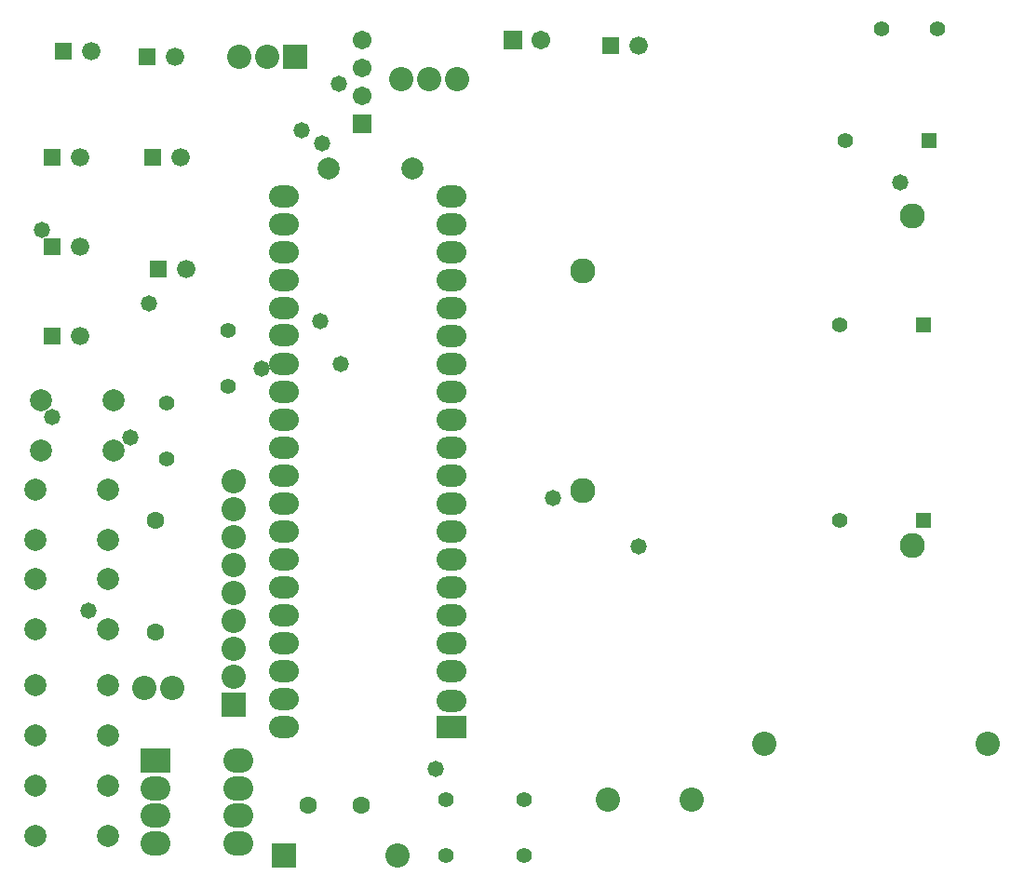
<source format=gts>
%FSLAX25Y25*%
%MOIN*%
G70*
G01*
G75*
G04 Layer_Color=8388736*
%ADD10C,0.01200*%
%ADD11C,0.02500*%
%ADD12C,0.05800*%
%ADD13R,0.05600X0.05600*%
%ADD14C,0.07087*%
%ADD15C,0.04724*%
%ADD16C,0.07874*%
%ADD17R,0.07874X0.07874*%
%ADD18C,0.05512*%
%ADD19R,0.09843X0.07087*%
%ADD20O,0.09843X0.07087*%
%ADD21C,0.07087*%
%ADD22R,0.05906X0.05906*%
%ADD23C,0.05906*%
%ADD24R,0.07874X0.07874*%
%ADD25R,0.04724X0.04724*%
%ADD26C,0.08200*%
%ADD27R,0.05906X0.05906*%
%ADD28R,0.09843X0.07874*%
%ADD29O,0.09843X0.07874*%
%ADD30C,0.05000*%
%ADD31C,0.06000*%
%ADD32C,0.01000*%
%ADD33C,0.00787*%
%ADD34C,0.00600*%
%ADD35C,0.00300*%
%ADD36C,0.00591*%
%ADD37C,0.06600*%
%ADD38R,0.06400X0.06400*%
%ADD39C,0.07887*%
%ADD40C,0.05524*%
%ADD41C,0.08674*%
%ADD42R,0.08674X0.08674*%
%ADD43C,0.06312*%
%ADD44R,0.10642X0.07887*%
%ADD45O,0.10642X0.07887*%
%ADD46C,0.07887*%
%ADD47R,0.06706X0.06706*%
%ADD48C,0.06706*%
%ADD49R,0.08674X0.08674*%
%ADD50R,0.05524X0.05524*%
%ADD51C,0.09000*%
%ADD52R,0.06706X0.06706*%
%ADD53R,0.10642X0.08674*%
%ADD54O,0.10642X0.08674*%
D12*
X123700Y229100D02*
D03*
X237000Y84900D02*
D03*
X101900Y148400D02*
D03*
X40000Y61800D02*
D03*
X61800Y171900D02*
D03*
X23200Y198100D02*
D03*
X330500Y215100D02*
D03*
X129600Y250500D02*
D03*
X27100Y131000D02*
D03*
X164400Y5000D02*
D03*
X123100Y165300D02*
D03*
X130200Y150000D02*
D03*
X55100Y123800D02*
D03*
X116400Y233900D02*
D03*
X206300Y102000D02*
D03*
D37*
X37000Y160000D02*
D03*
X75000Y184000D02*
D03*
X73000Y224000D02*
D03*
X41000Y262000D02*
D03*
X71000Y260000D02*
D03*
X237000Y264000D02*
D03*
X37000Y192000D02*
D03*
Y224000D02*
D03*
D38*
X27000Y160000D02*
D03*
X65000Y184000D02*
D03*
X63000Y224000D02*
D03*
X31000Y262000D02*
D03*
X61000Y260000D02*
D03*
X227000Y264000D02*
D03*
X27000Y192000D02*
D03*
Y224000D02*
D03*
D39*
X48992Y118945D02*
D03*
Y137055D02*
D03*
X23008Y118945D02*
D03*
Y137055D02*
D03*
X46992Y86945D02*
D03*
Y105055D02*
D03*
X21008Y86945D02*
D03*
Y105055D02*
D03*
X46992Y54945D02*
D03*
Y73055D02*
D03*
X21008Y54945D02*
D03*
Y73055D02*
D03*
X46992Y16945D02*
D03*
Y35055D02*
D03*
X21008Y16945D02*
D03*
Y35055D02*
D03*
X46992Y-19055D02*
D03*
Y-945D02*
D03*
X21008Y-19055D02*
D03*
Y-945D02*
D03*
D40*
X68000Y136000D02*
D03*
Y116000D02*
D03*
X168000Y-6000D02*
D03*
Y-26000D02*
D03*
X309000Y94000D02*
D03*
X311000Y230000D02*
D03*
X324000Y270000D02*
D03*
X344000D02*
D03*
X309000Y164000D02*
D03*
X196000Y-26000D02*
D03*
Y-6000D02*
D03*
X90000Y162000D02*
D03*
Y142000D02*
D03*
D41*
X92000Y38000D02*
D03*
Y108000D02*
D03*
Y98000D02*
D03*
Y88000D02*
D03*
Y78000D02*
D03*
Y68000D02*
D03*
Y58000D02*
D03*
Y48000D02*
D03*
X150551Y-26000D02*
D03*
X226000Y-6000D02*
D03*
X256000D02*
D03*
X172000Y252000D02*
D03*
X162000D02*
D03*
X152000D02*
D03*
X94000Y260000D02*
D03*
X104000D02*
D03*
X362000Y14000D02*
D03*
X282000D02*
D03*
X60000Y34000D02*
D03*
X70000D02*
D03*
D42*
X92000Y28000D02*
D03*
D43*
X64000Y94000D02*
D03*
Y54000D02*
D03*
X137713Y-8000D02*
D03*
X118500D02*
D03*
D44*
X170000Y20000D02*
D03*
D45*
Y29500D02*
D03*
Y40000D02*
D03*
Y50000D02*
D03*
Y60000D02*
D03*
Y70000D02*
D03*
Y80000D02*
D03*
Y90000D02*
D03*
Y100000D02*
D03*
Y110000D02*
D03*
Y120000D02*
D03*
Y130000D02*
D03*
Y140000D02*
D03*
Y150000D02*
D03*
Y160000D02*
D03*
Y170000D02*
D03*
Y180000D02*
D03*
Y190000D02*
D03*
Y200000D02*
D03*
Y210000D02*
D03*
X110000Y20000D02*
D03*
Y30000D02*
D03*
Y40000D02*
D03*
Y50000D02*
D03*
Y60000D02*
D03*
Y70000D02*
D03*
Y80000D02*
D03*
Y90000D02*
D03*
Y100000D02*
D03*
Y110000D02*
D03*
Y120000D02*
D03*
Y130000D02*
D03*
Y140000D02*
D03*
Y150000D02*
D03*
Y160500D02*
D03*
Y170000D02*
D03*
Y180000D02*
D03*
Y190000D02*
D03*
Y200000D02*
D03*
Y210000D02*
D03*
D46*
X156000Y220000D02*
D03*
X126000D02*
D03*
D47*
X138000Y236000D02*
D03*
D48*
Y246000D02*
D03*
Y256000D02*
D03*
Y266000D02*
D03*
X202000D02*
D03*
D49*
X110000Y-26000D02*
D03*
X114000Y260000D02*
D03*
D50*
X339000Y94000D02*
D03*
X341000Y230000D02*
D03*
X339000Y164000D02*
D03*
D51*
X335000Y203083D02*
D03*
X335083Y84917D02*
D03*
X216917Y104667D02*
D03*
Y183333D02*
D03*
D52*
X192000Y266000D02*
D03*
D53*
X64000Y8000D02*
D03*
D54*
Y-1843D02*
D03*
Y-11685D02*
D03*
Y-21528D02*
D03*
X93528Y8000D02*
D03*
Y-1843D02*
D03*
Y-11685D02*
D03*
Y-21528D02*
D03*
M02*

</source>
